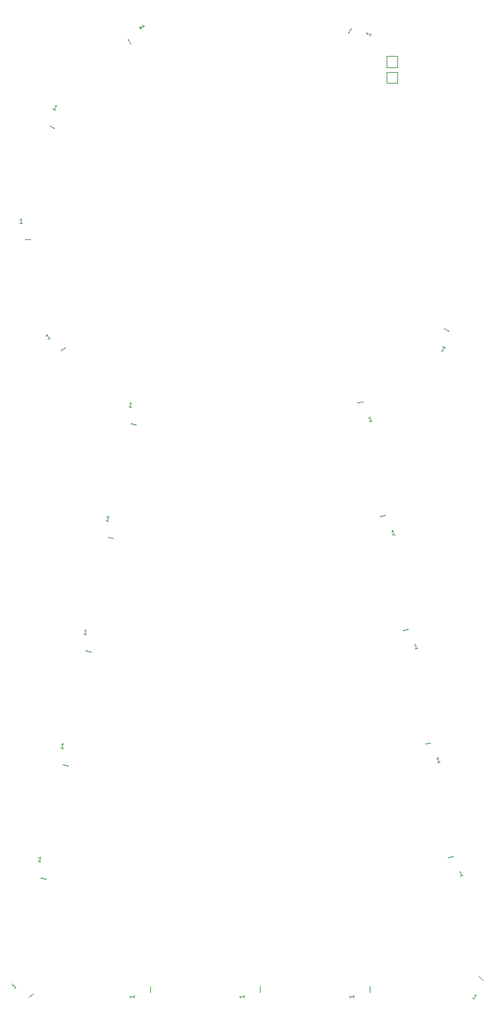
<source format=gbr>
%TF.GenerationSoftware,KiCad,Pcbnew,(6.0.1-0)*%
%TF.CreationDate,2022-05-13T10:35:13-07:00*%
%TF.ProjectId,badge_eda,62616467-655f-4656-9461-2e6b69636164,rev?*%
%TF.SameCoordinates,Original*%
%TF.FileFunction,Legend,Top*%
%TF.FilePolarity,Positive*%
%FSLAX46Y46*%
G04 Gerber Fmt 4.6, Leading zero omitted, Abs format (unit mm)*
G04 Created by KiCad (PCBNEW (6.0.1-0)) date 2022-05-13 10:35:13*
%MOMM*%
%LPD*%
G01*
G04 APERTURE LIST*
%ADD10C,0.100000*%
%ADD11C,0.120000*%
G04 APERTURE END LIST*
D10*
%TO.C,D6*%
X153854677Y-136368301D02*
X153518432Y-136435307D01*
X153686555Y-136401804D02*
X153569295Y-135813374D01*
X153530005Y-135908603D01*
X153485132Y-135975811D01*
X153434675Y-136015000D01*
%TO.C,D1*%
X151350267Y-69940853D02*
X151646951Y-70112696D01*
X151498609Y-70026774D02*
X151197884Y-70545970D01*
X151290292Y-70500440D01*
X151368379Y-70479633D01*
X151432147Y-70483550D01*
%TO.C,D12*%
X100833346Y-134670016D02*
X100497101Y-134603010D01*
X100665223Y-134636513D02*
X100782483Y-134048083D01*
X100709691Y-134120977D01*
X100642482Y-134165850D01*
X100580857Y-134182703D01*
%TO.C,D11*%
X97784394Y-150343685D02*
X97519343Y-150561168D01*
X97651869Y-150452427D02*
X97271273Y-149988587D01*
X97281469Y-150091097D01*
X97273541Y-150171520D01*
X97247489Y-150229854D01*
%TO.C,D19*%
X102649721Y-40295147D02*
X102353043Y-40123293D01*
X102501382Y-40209220D02*
X102802125Y-39690035D01*
X102709716Y-39735562D01*
X102631627Y-39756366D01*
X102567860Y-39752447D01*
%TO.C,D20*%
X113373734Y-30085887D02*
X113203187Y-29788457D01*
X113288461Y-29937172D02*
X113808964Y-29638715D01*
X113706182Y-29631780D01*
X113628186Y-29610633D01*
X113574975Y-29575273D01*
%TO.C,D2*%
X142475477Y-79294501D02*
X142139232Y-79361507D01*
X142307355Y-79328004D02*
X142190095Y-78739574D01*
X142150805Y-78834803D01*
X142105932Y-78902011D01*
X142055475Y-78941200D01*
%TO.C,D17*%
X102019641Y-68853013D02*
X101722957Y-69024856D01*
X101871299Y-68938935D02*
X101570574Y-68419739D01*
X101564087Y-68522550D01*
X101543280Y-68600638D01*
X101508153Y-68654002D01*
%TO.C,D7*%
X155338870Y-151952686D02*
X155073819Y-151735203D01*
X155206344Y-151843945D02*
X155586940Y-151380105D01*
X155488394Y-151410121D01*
X155407971Y-151418049D01*
X155345673Y-151403889D01*
%TO.C,D3*%
X145320277Y-93569301D02*
X144984032Y-93636307D01*
X145152155Y-93602804D02*
X145034895Y-93014374D01*
X144995605Y-93109603D01*
X144950732Y-93176811D01*
X144900275Y-93216000D01*
%TO.C,D9*%
X126371428Y-151388571D02*
X126371428Y-151731428D01*
X126371428Y-151560000D02*
X125771428Y-151560000D01*
X125857142Y-151617142D01*
X125914285Y-151674285D01*
X125942857Y-151731428D01*
%TO.C,D16*%
X112212546Y-77596216D02*
X111876301Y-77529210D01*
X112044423Y-77562713D02*
X112161683Y-76974283D01*
X112088891Y-77047177D01*
X112021682Y-77092050D01*
X111960057Y-77108903D01*
%TO.C,D18*%
X98496628Y-54489428D02*
X98153771Y-54489428D01*
X98325200Y-54489428D02*
X98325200Y-53889428D01*
X98268057Y-53975142D01*
X98210914Y-54032285D01*
X98153771Y-54060857D01*
%TO.C,D13*%
X103678146Y-120420616D02*
X103341901Y-120353610D01*
X103510023Y-120387113D02*
X103627283Y-119798683D01*
X103554491Y-119871577D01*
X103487282Y-119916450D01*
X103425657Y-119933303D01*
%TO.C,D15*%
X109367746Y-91871016D02*
X109031501Y-91804010D01*
X109199623Y-91837513D02*
X109316883Y-91249083D01*
X109244091Y-91321977D01*
X109176882Y-91366850D01*
X109115257Y-91383703D01*
%TO.C,D5*%
X151009877Y-122118901D02*
X150673632Y-122185907D01*
X150841755Y-122152404D02*
X150724495Y-121563974D01*
X150685205Y-121659203D01*
X150640332Y-121726411D01*
X150589875Y-121765600D01*
%TO.C,D21*%
X142358322Y-30683828D02*
X142187775Y-30981258D01*
X142273048Y-30832543D02*
X141752545Y-30534086D01*
X141798478Y-30626294D01*
X141819625Y-30704290D01*
X141815987Y-30768074D01*
%TO.C,D14*%
X106522946Y-106145816D02*
X106186701Y-106078810D01*
X106354823Y-106112313D02*
X106472083Y-105523883D01*
X106399291Y-105596777D01*
X106332082Y-105641650D01*
X106270457Y-105658503D01*
%TO.C,D8*%
X140189028Y-151388571D02*
X140189028Y-151731428D01*
X140189028Y-151560000D02*
X139589028Y-151560000D01*
X139674742Y-151617142D01*
X139731885Y-151674285D01*
X139760457Y-151731428D01*
%TO.C,D10*%
X112553828Y-151388571D02*
X112553828Y-151731428D01*
X112553828Y-151560000D02*
X111953828Y-151560000D01*
X112039542Y-151617142D01*
X112096685Y-151674285D01*
X112125257Y-151731428D01*
%TO.C,D4*%
X148165077Y-107844101D02*
X147828832Y-107911107D01*
X147996955Y-107877604D02*
X147879695Y-107289174D01*
X147840405Y-107384403D01*
X147795532Y-107451611D01*
X147745075Y-107490800D01*
D11*
%TO.C,TP1*%
X144300000Y-34900000D02*
X144300000Y-33500000D01*
X145700000Y-33500000D02*
X145700000Y-34900000D01*
X144300000Y-33500000D02*
X145700000Y-33500000D01*
X145700000Y-34900000D02*
X144300000Y-34900000D01*
%TO.C,D6*%
X152693655Y-133977677D02*
X152007153Y-134114480D01*
%TO.C,D1*%
X152082684Y-68020793D02*
X151476955Y-67669947D01*
%TO.C,D12*%
X100759134Y-136723685D02*
X101445636Y-136860488D01*
%TO.C,D11*%
X99325177Y-151703483D02*
X99866323Y-151259455D01*
%TO.C,D19*%
X101917316Y-42215207D02*
X102523045Y-42566053D01*
%TO.C,D20*%
X111777379Y-31379993D02*
X112125579Y-31987247D01*
%TO.C,D2*%
X141314455Y-76903877D02*
X140627953Y-77040680D01*
%TO.C,D17*%
X103320700Y-70443707D02*
X103926429Y-70092861D01*
%TO.C,D7*%
X156450935Y-149538899D02*
X155909789Y-149094871D01*
%TO.C,D3*%
X144159255Y-91178677D02*
X143472753Y-91315480D01*
%TO.C,D9*%
X128400000Y-151060000D02*
X128400000Y-150360000D01*
%TO.C,D16*%
X112138334Y-79649885D02*
X112824836Y-79786688D01*
%TO.C,D18*%
X98825200Y-56518000D02*
X99525200Y-56518000D01*
%TO.C,D13*%
X103603934Y-122474285D02*
X104290436Y-122611088D01*
%TO.C,D15*%
X109293534Y-93924685D02*
X109980036Y-94061488D01*
%TO.C,D5*%
X149848855Y-119728277D02*
X149162353Y-119865080D01*
%TO.C,D21*%
X139793607Y-29987194D02*
X139445407Y-30594448D01*
%TO.C,D14*%
X106448734Y-108199485D02*
X107135236Y-108336288D01*
%TO.C,TP2*%
X144300000Y-36900000D02*
X144300000Y-35500000D01*
X145700000Y-35500000D02*
X145700000Y-36900000D01*
X144300000Y-35500000D02*
X145700000Y-35500000D01*
X145700000Y-36900000D02*
X144300000Y-36900000D01*
%TO.C,D8*%
X142217600Y-151060000D02*
X142217600Y-150360000D01*
%TO.C,D10*%
X114582400Y-151060000D02*
X114582400Y-150360000D01*
%TO.C,D4*%
X147004055Y-105453477D02*
X146317553Y-105590280D01*
%TD*%
M02*

</source>
